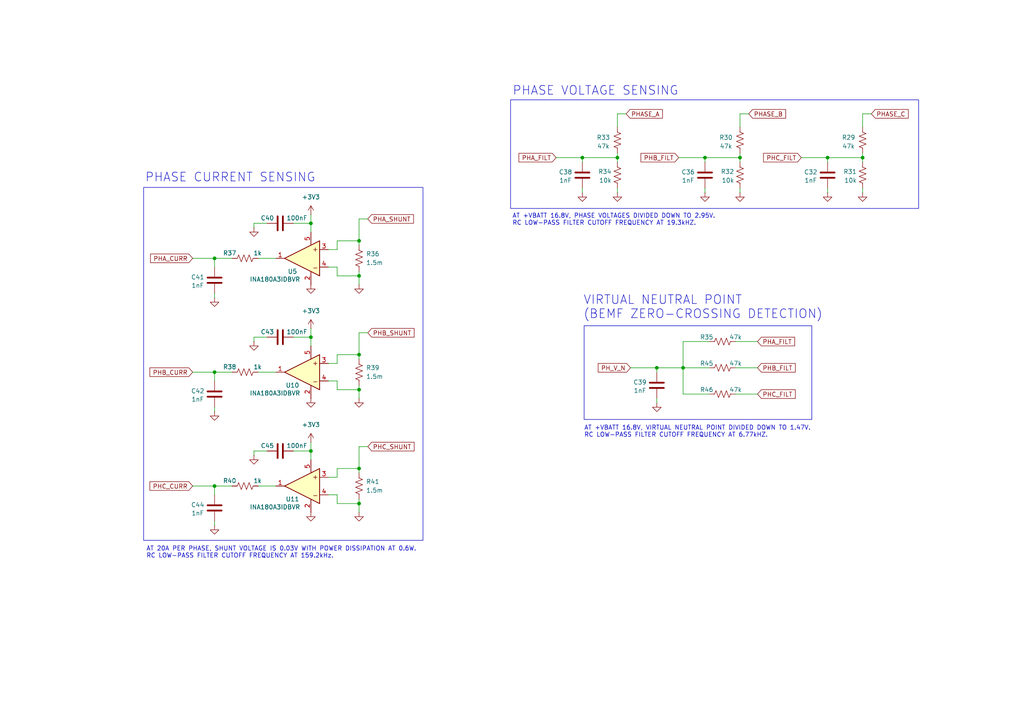
<source format=kicad_sch>
(kicad_sch (version 20231120) (generator "eeschema") (generator_version "8.0")
  (paper "A4")
  (title_block (title "VOLTAGE, CURRENT, AND BEMF SENSING") (comment 1 "REVIEWED BY:") (comment 3 "GITHUB: /nikphillydev") (comment 4 "DRAWN BY: N.PHILIPENKO") (comment 5 "SIGNED:"))
  (lib_symbols
    (symbol "Device:C" (pin_numbers hide) (pin_names (offset 0.254))
      (property "Reference" "C" (at 0.635 2.54 0))
      (property "Value" "C" (at 0.635 -2.54 0))
      (symbol "C_0_1"
        (polyline (pts (xy -2.032 -0.762) (xy 2.032 -0.762)) (stroke (width 0.508)))
        (polyline (pts (xy -2.032 0.762) (xy 2.032 0.762)) (stroke (width 0.508)))
      )
      (symbol "C_1_1"
        (pin passive line (at 0 3.81 270) (length 2.794) (name "~") (number "1"))
        (pin passive line (at 0 -3.81 90) (length 2.794) (name "~") (number "2"))
      )
    )
    (symbol "Device:R_US" (pin_numbers hide) (pin_names (offset 0))
      (property "Reference" "R" (at 2.54 0 90))
      (property "Value" "R_US" (at -2.54 0 90))
      (symbol "R_US_0_1"
        (polyline (pts (xy 0 -2.286) (xy 0 -2.54)))
        (polyline (pts (xy 0 2.286) (xy 0 2.54)))
        (polyline (pts (xy 0 -0.762) (xy 1.016 -1.143) (xy 0 -1.524) (xy -1.016 -1.905) (xy 0 -2.286)))
        (polyline (pts (xy 0 0.762) (xy 1.016 0.381) (xy 0 0) (xy -1.016 -0.381) (xy 0 -0.762)))
        (polyline (pts (xy 0 2.286) (xy 1.016 1.905) (xy 0 1.524) (xy -1.016 1.143) (xy 0 0.762)))
      )
      (symbol "R_US_1_1"
        (pin passive line (at 0 3.81 270) (length 1.27) (name "~") (number "1"))
        (pin passive line (at 0 -3.81 90) (length 1.27) (name "~") (number "2"))
      )
    )
    (symbol "ICs:INA180-DBV_(PinoutA)" (pin_names hide)
      (property "Reference" "U" (at 3.556 -4.064 0))
      (property "Value" "INA180-DBV" (at 7.874 -6.096 0))
      (symbol "INA180-DBV_(PinoutA)_0_1"
        (polyline (pts (xy -1.778 -2.794) (xy -0.762 -2.794)))
        (polyline (pts (xy -1.778 2.54) (xy -0.762 2.54)))
        (polyline (pts (xy -1.27 3.048) (xy -1.27 2.032)))
        (polyline (pts (xy 7.62 0) (xy -2.54 5.08) (xy -2.54 -5.08) (xy 7.62 0)) (stroke (width 0.254)) (fill (type background)))
      )
      (symbol "INA180-DBV_(PinoutA)_1_1"
        (pin output line (at 10.16 0 180) (length 2.54) (name "OUT") (number "1"))
        (pin passive line (at 0 -7.62 90) (length 3.81) (name "GND") (number "2"))
        (pin input line (at -5.08 2.54 0) (length 2.54) (name "IN+") (number "3"))
        (pin input line (at -5.08 -2.54 0) (length 2.54) (name "IN-") (number "4"))
        (pin power_in line (at 0 7.62 270) (length 3.81) (name "VS") (number "5"))
      )
    )
    (symbol "power:+3.3V" (power) (pin_numbers hide) (pin_names (offset 0) hide)
      (property "Value" "+3.3V" (at 0 3.556 0))
      (symbol "+3.3V_0_1"
        (polyline (pts (xy -0.762 1.27) (xy 0 2.54)))
        (polyline (pts (xy 0 0) (xy 0 2.54)))
        (polyline (pts (xy 0 2.54) (xy 0.762 1.27)))
      )
      (symbol "+3.3V_1_1"
        (pin power_in line (at 0 0 90) (length 0) (name "~") (number "1"))
      )
    )
    (symbol "power:GND" (power) (pin_numbers hide) (pin_names (offset 0) hide)
      (property "Value" "GND" (at 0 -3.81 0))
      (symbol "GND_0_1"
        (polyline (pts (xy 0 0) (xy 0 -1.27) (xy 1.27 -1.27) (xy 0 -2.54) (xy -1.27 -1.27) (xy 0 -1.27)))
      )
      (symbol "GND_1_1"
        (pin power_in line (at 0 0 270) (length 0) (name "~") (number "1"))
      )
    )
  )
  (junction (at 198.12 106.68))
  (junction (at 104.14 102.87))
  (junction (at 62.23 140.97))
  (junction (at 104.14 69.85))
  (junction (at 179.07 45.72))
  (junction (at 104.14 113.03))
  (junction (at 168.91 45.72))
  (junction (at 90.17 97.79))
  (junction (at 204.47 45.72))
  (junction (at 104.14 80.01))
  (junction (at 104.14 135.89))
  (junction (at 250.19 45.72))
  (junction (at 62.23 74.93))
  (junction (at 90.17 64.77))
  (junction (at 240.03 45.72))
  (junction (at 62.23 107.95))
  (junction (at 190.5 106.68))
  (junction (at 90.17 130.81))
  (junction (at 104.14 146.05))
  (junction (at 214.63 45.72))
  (wire (pts (xy 168.91 45.72) (xy 168.91 46.99)))
  (wire (pts (xy 250.19 45.72) (xy 250.19 46.99)))
  (wire (pts (xy 205.74 99.06) (xy 198.12 99.06)))
  (wire (pts (xy 85.09 97.79) (xy 90.17 97.79)))
  (wire (pts (xy 190.5 106.68) (xy 182.88 106.68)))
  (wire (pts (xy 179.07 54.61) (xy 179.07 55.88)))
  (wire (pts (xy 104.14 63.5) (xy 104.14 69.85)))
  (wire (pts (xy 198.12 106.68) (xy 190.5 106.68)))
  (wire (pts (xy 214.63 44.45) (xy 214.63 45.72)))
  (wire (pts (xy 62.23 140.97) (xy 67.31 140.97)))
  (wire (pts (xy 77.47 64.77) (xy 73.66 64.77)))
  (wire (pts (xy 179.07 44.45) (xy 179.07 45.72)))
  (wire (pts (xy 97.79 143.51) (xy 97.79 146.05)))
  (wire (pts (xy 214.63 33.02) (xy 214.63 36.83)))
  (wire (pts (xy 204.47 54.61) (xy 204.47 55.88)))
  (wire (pts (xy 90.17 128.27) (xy 90.17 130.81)))
  (wire (pts (xy 62.23 85.09) (xy 62.23 86.36)))
  (wire (pts (xy 104.14 96.52) (xy 104.14 102.87)))
  (wire (pts (xy 104.14 113.03) (xy 104.14 115.57)))
  (wire (pts (xy 198.12 106.68) (xy 205.74 106.68)))
  (wire (pts (xy 198.12 106.68) (xy 198.12 114.3)))
  (wire (pts (xy 214.63 54.61) (xy 214.63 55.88)))
  (wire (pts (xy 97.79 77.47) (xy 97.79 80.01)))
  (wire (pts (xy 90.17 97.79) (xy 90.17 100.33)))
  (wire (pts (xy 179.07 33.02) (xy 179.07 36.83)))
  (wire (pts (xy 97.79 146.05) (xy 104.14 146.05)))
  (wire (pts (xy 97.79 105.41) (xy 97.79 102.87)))
  (wire (pts (xy 106.68 129.54) (xy 104.14 129.54)))
  (wire (pts (xy 85.09 64.77) (xy 90.17 64.77)))
  (wire (pts (xy 74.93 107.95) (xy 80.01 107.95)))
  (wire (pts (xy 62.23 107.95) (xy 62.23 110.49)))
  (wire (pts (xy 95.25 77.47) (xy 97.79 77.47)))
  (wire (pts (xy 190.5 115.57) (xy 190.5 116.84)))
  (wire (pts (xy 73.66 130.81) (xy 73.66 132.08)))
  (wire (pts (xy 55.88 107.95) (xy 62.23 107.95)))
  (wire (pts (xy 161.29 45.72) (xy 168.91 45.72)))
  (wire (pts (xy 90.17 62.23) (xy 90.17 64.77)))
  (wire (pts (xy 73.66 64.77) (xy 73.66 66.04)))
  (wire (pts (xy 217.17 33.02) (xy 214.63 33.02)))
  (wire (pts (xy 95.25 138.43) (xy 97.79 138.43)))
  (wire (pts (xy 104.14 102.87) (xy 104.14 104.14)))
  (wire (pts (xy 213.36 99.06) (xy 219.71 99.06)))
  (wire (pts (xy 106.68 63.5) (xy 104.14 63.5)))
  (wire (pts (xy 62.23 74.93) (xy 62.23 77.47)))
  (wire (pts (xy 74.93 140.97) (xy 80.01 140.97)))
  (wire (pts (xy 77.47 130.81) (xy 73.66 130.81)))
  (wire (pts (xy 198.12 99.06) (xy 198.12 106.68)))
  (wire (pts (xy 104.14 146.05) (xy 104.14 144.78)))
  (wire (pts (xy 74.93 74.93) (xy 80.01 74.93)))
  (wire (pts (xy 97.79 80.01) (xy 104.14 80.01)))
  (wire (pts (xy 232.41 45.72) (xy 240.03 45.72)))
  (wire (pts (xy 168.91 54.61) (xy 168.91 55.88)))
  (wire (pts (xy 62.23 118.11) (xy 62.23 119.38)))
  (wire (pts (xy 104.14 113.03) (xy 104.14 111.76)))
  (wire (pts (xy 62.23 140.97) (xy 62.23 143.51)))
  (wire (pts (xy 97.79 110.49) (xy 97.79 113.03)))
  (wire (pts (xy 204.47 45.72) (xy 204.47 46.99)))
  (wire (pts (xy 97.79 138.43) (xy 97.79 135.89)))
  (wire (pts (xy 240.03 54.61) (xy 240.03 55.88)))
  (wire (pts (xy 106.68 96.52) (xy 104.14 96.52)))
  (wire (pts (xy 240.03 45.72) (xy 240.03 46.99)))
  (wire (pts (xy 252.73 33.02) (xy 250.19 33.02)))
  (wire (pts (xy 62.23 151.13) (xy 62.23 152.4)))
  (wire (pts (xy 90.17 130.81) (xy 90.17 133.35)))
  (wire (pts (xy 104.14 135.89) (xy 104.14 137.16)))
  (wire (pts (xy 95.25 143.51) (xy 97.79 143.51)))
  (wire (pts (xy 104.14 129.54) (xy 104.14 135.89)))
  (wire (pts (xy 85.09 130.81) (xy 90.17 130.81)))
  (wire (pts (xy 104.14 146.05) (xy 104.14 148.59)))
  (wire (pts (xy 95.25 72.39) (xy 97.79 72.39)))
  (wire (pts (xy 213.36 114.3) (xy 219.71 114.3)))
  (wire (pts (xy 95.25 105.41) (xy 97.79 105.41)))
  (wire (pts (xy 213.36 106.68) (xy 219.71 106.68)))
  (wire (pts (xy 104.14 80.01) (xy 104.14 82.55)))
  (wire (pts (xy 214.63 45.72) (xy 204.47 45.72)))
  (wire (pts (xy 181.61 33.02) (xy 179.07 33.02)))
  (wire (pts (xy 104.14 69.85) (xy 104.14 71.12)))
  (wire (pts (xy 205.74 114.3) (xy 198.12 114.3)))
  (wire (pts (xy 250.19 45.72) (xy 240.03 45.72)))
  (wire (pts (xy 73.66 97.79) (xy 73.66 99.06)))
  (wire (pts (xy 77.47 97.79) (xy 73.66 97.79)))
  (wire (pts (xy 179.07 45.72) (xy 168.91 45.72)))
  (wire (pts (xy 250.19 33.02) (xy 250.19 36.83)))
  (wire (pts (xy 97.79 72.39) (xy 97.79 69.85)))
  (wire (pts (xy 97.79 69.85) (xy 104.14 69.85)))
  (wire (pts (xy 104.14 80.01) (xy 104.14 78.74)))
  (wire (pts (xy 90.17 64.77) (xy 90.17 67.31)))
  (wire (pts (xy 95.25 110.49) (xy 97.79 110.49)))
  (wire (pts (xy 97.79 113.03) (xy 104.14 113.03)))
  (wire (pts (xy 97.79 135.89) (xy 104.14 135.89)))
  (wire (pts (xy 250.19 54.61) (xy 250.19 55.88)))
  (wire (pts (xy 55.88 74.93) (xy 62.23 74.93)))
  (wire (pts (xy 62.23 107.95) (xy 67.31 107.95)))
  (wire (pts (xy 196.85 45.72) (xy 204.47 45.72)))
  (wire (pts (xy 190.5 106.68) (xy 190.5 107.95)))
  (wire (pts (xy 62.23 74.93) (xy 67.31 74.93)))
  (wire (pts (xy 250.19 44.45) (xy 250.19 45.72)))
  (wire (pts (xy 214.63 45.72) (xy 214.63 46.99)))
  (wire (pts (xy 55.88 140.97) (xy 62.23 140.97)))
  (wire (pts (xy 179.07 45.72) (xy 179.07 46.99)))
  (wire (pts (xy 90.17 95.25) (xy 90.17 97.79)))
  (wire (pts (xy 97.79 102.87) (xy 104.14 102.87)))
  (rectangle (start 169.418 94.488) (end 235.458 121.666))
  (rectangle (start 41.656 54.356) (end 122.682 156.718))
  (rectangle (start 148.082 28.956) (end 266.446 60.452))
  (text "PHASE CURRENT SENSING" (at 66.802 51.562 0) (effects (font (size 2.54 2.54))))
  (text "VIRTUAL NEUTRAL POINT\n(BEMF ZERO-CROSSING DETECTION)\n" (at 169.164 89.154 0) (effects (font (size 2.54 2.54)) (justify left)))
  (text "PHASE VOLTAGE SENSING" (at 172.72 26.416 0) (effects (font (size 2.54 2.54))))
  (text "AT +VBATT 16.8V, PHASE VOLTAGES DIVIDED DOWN TO 2.95V.\nRC LOW-PASS FILTER CUTOFF FREQUENCY AT 19.3kHZ." (at 148.59 63.754 0) (effects (font (size 1.27 1.27)) (justify left)))
  (text "AT +VBATT 16.8V, VIRTUAL NEUTRAL POINT DIVIDED DOWN TO 1.47V.\nRC LOW-PASS FILTER CUTOFF FREQUENCY AT 6.77kHZ." (at 169.418 125.222 0) (effects (font (size 1.27 1.27)) (justify left)))
  (text "AT 20A PER PHASE, SHUNT VOLTAGE IS 0.03V WITH POWER DISSIPATION AT 0.6W.\nRC LOW-PASS FILTER CUTOFF FREQUENCY AT 159.2kHz." (at 42.418 160.274 0) (effects (font (size 1.27 1.27)) (justify left)))
  (global_label "PHB_CURR" (shape input) (at 55.88 107.95 180) (property "Intersheetrefs" "${INTERSHEET_REFS}" (effects (hide yes))))
  (global_label "PHB_FILT" (shape input) (at 219.71 106.68 0) (property "Intersheetrefs" "${INTERSHEET_REFS}" (effects (hide yes))))
  (global_label "PHA_FILT" (shape input) (at 219.71 99.06 0) (property "Intersheetrefs" "${INTERSHEET_REFS}" (effects (hide yes))))
  (global_label "PHC_SHUNT" (shape input) (at 106.68 129.54 0) (property "Intersheetrefs" "${INTERSHEET_REFS}" (effects (hide yes))))
  (global_label "PHB_SHUNT" (shape input) (at 106.68 96.52 0) (property "Intersheetrefs" "${INTERSHEET_REFS}" (effects (hide yes))))
  (global_label "PHC_FILT" (shape input) (at 232.41 45.72 180) (property "Intersheetrefs" "${INTERSHEET_REFS}" (effects (hide yes))))
  (global_label "PHB_FILT" (shape input) (at 196.85 45.72 180) (property "Intersheetrefs" "${INTERSHEET_REFS}" (effects (hide yes))))
  (global_label "PHA_FILT" (shape input) (at 161.29 45.72 180) (property "Intersheetrefs" "${INTERSHEET_REFS}" (effects (hide yes))))
  (global_label "PHA_CURR" (shape input) (at 55.88 74.93 180) (property "Intersheetrefs" "${INTERSHEET_REFS}" (effects (hide yes))))
  (global_label "PHA_SHUNT" (shape input) (at 106.68 63.5 0) (property "Intersheetrefs" "${INTERSHEET_REFS}" (effects (hide yes))))
  (global_label "PHASE_B" (shape input) (at 217.17 33.02 0) (property "Intersheetrefs" "${INTERSHEET_REFS}" (effects (hide yes))))
  (global_label "PHASE_A" (shape input) (at 181.61 33.02 0) (property "Intersheetrefs" "${INTERSHEET_REFS}" (effects (hide yes))))
  (global_label "PHC_FILT" (shape input) (at 219.71 114.3 0) (property "Intersheetrefs" "${INTERSHEET_REFS}" (effects (hide yes))))
  (global_label "PH_V_N" (shape input) (at 182.88 106.68 180) (property "Intersheetrefs" "${INTERSHEET_REFS}" (effects (hide yes))))
  (global_label "PHASE_C" (shape input) (at 252.73 33.02 0) (property "Intersheetrefs" "${INTERSHEET_REFS}" (effects (hide yes))))
  (global_label "PHC_CURR" (shape input) (at 55.88 140.97 180) (property "Intersheetrefs" "${INTERSHEET_REFS}" (effects (hide yes))))
  (symbol (lib_id "power:GND") (at 62.23 119.38 0) (unit 1)
    (property "Reference" "#PWR056" (effects (hide yes)))
    (property "Value" "GND" (effects (hide yes)))
    (property "Description" "Power symbol creates a global label with name \"GND\" , ground" (effects (hide yes)))
  )
  (symbol (lib_id "Device:R_US") (at 209.55 114.3 270) (unit 1)
    (property "Reference" "R46" (at 204.978 113.03 90))
    (property "Value" "47k" (at 213.36 113.03 90))
    (property "Footprint" "Resistors:RES_0603_1608Metric" (effects (hide yes)))
    (property "Description" "Resistor, US symbol" (effects (hide yes)))
    (property "JLCPCB Part #" "C105579" (effects (hide yes)))
    (property "Manufacturer" "YAGEO" (effects (hide yes)))
    (property "Manufacturer Part #" "RC0603FR-0747KL" (effects (hide yes)))
  )
  (symbol (lib_id "power:GND") (at 73.66 99.06 0) (unit 1)
    (property "Reference" "#PWR057" (effects (hide yes)))
    (property "Value" "GND" (effects (hide yes)))
    (property "Description" "Power symbol creates a global label with name \"GND\" , ground" (effects (hide yes)))
  )
  (symbol (lib_id "power:+3.3V") (at 90.17 62.23 0) (unit 1)
    (property "Reference" "#PWR053" (effects (hide yes)))
    (property "Value" "+3V3" (at 90.17 57.15 0))
    (property "Description" "Power symbol creates a global label with name \"+3.3V\"" (effects (hide yes)))
  )
  (symbol (lib_id "Device:C") (at 168.91 50.8 180) (unit 1)
    (property "Reference" "C38" (at 165.989 49.911 0) (effects (justify left)))
    (property "Value" "1nF" (at 165.862 52.324 0) (effects (justify left)))
    (property "Footprint" "Capacitors:CAP_0603_1608Metric" (effects (hide yes)))
    (property "Description" "Unpolarized capacitor" (effects (hide yes)))
    (property "JLCPCB Part # " "C1588" (effects (hide yes)))
    (property "Manufacturer" "Samsung Electro-Mechanics" (effects (hide yes)))
    (property "Manufacturer Part #" "CL10B102KB8NNNC" (effects (hide yes)))
  )
  (symbol (lib_id "Device:R_US") (at 179.07 40.64 180) (unit 1)
    (property "Reference" "R33" (at 175.006 39.878 0))
    (property "Value" "47k" (at 175.006 42.418 0))
    (property "Footprint" "Resistors:RES_0603_1608Metric" (effects (hide yes)))
    (property "Description" "Resistor, US symbol" (effects (hide yes)))
    (property "JLCPCB Part #" "C105579" (effects (hide yes)))
    (property "Manufacturer" "YAGEO" (effects (hide yes)))
    (property "Manufacturer Part #" "RC0603FR-0747KL" (effects (hide yes)))
  )
  (symbol (lib_id "power:GND") (at 90.17 115.57 0) (unit 1)
    (property "Reference" "#PWR059" (effects (hide yes)))
    (property "Value" "GND" (effects (hide yes)))
    (property "Description" "Power symbol creates a global label with name \"GND\" , ground" (effects (hide yes)))
  )
  (symbol (lib_id "Device:C") (at 81.28 64.77 90) (mirror x) (unit 1)
    (property "Reference" "C40" (at 79.502 63.246 90) (effects (justify left)))
    (property "Value" "100nF" (at 89.154 63.246 90) (effects (justify left)))
    (property "Footprint" "Capacitors:CAP_0603_1608Metric" (effects (hide yes)))
    (property "Description" "Unpolarized capacitor" (effects (hide yes)))
    (property "JLCPCB Part #" "C1591" (effects (hide yes)))
    (property "Manufacturer" "Samsung Electro-Mechanics" (effects (hide yes)))
    (property "Manufacturer Part #" "CL10B104KB8NNNC" (effects (hide yes)))
  )
  (symbol (lib_id "Device:C") (at 204.47 50.8 180) (unit 1)
    (property "Reference" "C36" (at 201.549 49.911 0) (effects (justify left)))
    (property "Value" "1nF" (at 201.422 52.324 0) (effects (justify left)))
    (property "Footprint" "Capacitors:CAP_0603_1608Metric" (effects (hide yes)))
    (property "Description" "Unpolarized capacitor" (effects (hide yes)))
    (property "JLCPCB Part # " "C1588" (effects (hide yes)))
    (property "Manufacturer" "Samsung Electro-Mechanics" (effects (hide yes)))
    (property "Manufacturer Part #" "CL10B102KB8NNNC" (effects (hide yes)))
  )
  (symbol (lib_id "Device:R_US") (at 214.63 50.8 0) (unit 1)
    (property "Reference" "R32" (at 209.042 49.784 0) (effects (justify left)))
    (property "Value" "10k" (at 209.296 52.324 0) (effects (justify left)))
    (property "Footprint" "Resistors:RES_0603_1608Metric" (effects (hide yes)))
    (property "Description" "Resistor, US symbol" (effects (hide yes)))
    (property "JLCPCB Part #" "C98220" (effects (hide yes)))
    (property "Manufacturer" "YAGEO" (effects (hide yes)))
    (property "Manufacturer Part #" "RC0603FR-0710KL" (effects (hide yes)))
  )
  (symbol (lib_id "power:GND") (at 90.17 82.55 0) (unit 1)
    (property "Reference" "#PWR054" (effects (hide yes)))
    (property "Value" "GND" (effects (hide yes)))
    (property "Description" "Power symbol creates a global label with name \"GND\" , ground" (effects (hide yes)))
  )
  (symbol (lib_id "power:GND") (at 62.23 152.4 0) (unit 1)
    (property "Reference" "#PWR061" (effects (hide yes)))
    (property "Value" "GND" (effects (hide yes)))
    (property "Description" "Power symbol creates a global label with name \"GND\" , ground" (effects (hide yes)))
  )
  (symbol (lib_id "Device:C") (at 240.03 50.8 180) (unit 1)
    (property "Reference" "C32" (at 237.109 49.911 0) (effects (justify left)))
    (property "Value" "1nF" (at 236.982 52.324 0) (effects (justify left)))
    (property "Footprint" "Capacitors:CAP_0603_1608Metric" (effects (hide yes)))
    (property "Description" "Unpolarized capacitor" (effects (hide yes)))
    (property "JLCPCB Part # " "C1588" (effects (hide yes)))
    (property "Manufacturer" "Samsung Electro-Mechanics" (effects (hide yes)))
    (property "Manufacturer Part #" "CL10B102KB8NNNC" (effects (hide yes)))
  )
  (symbol (lib_id "power:GND") (at 214.63 55.88 0) (unit 1)
    (property "Reference" "#PWR023" (effects (hide yes)))
    (property "Value" "GND" (effects (hide yes)))
    (property "Description" "Power symbol creates a global label with name \"GND\" , ground" (effects (hide yes)))
  )
  (symbol (lib_id "power:GND") (at 62.23 86.36 0) (unit 1)
    (property "Reference" "#PWR055" (effects (hide yes)))
    (property "Value" "GND" (effects (hide yes)))
    (property "Description" "Power symbol creates a global label with name \"GND\" , ground" (effects (hide yes)))
  )
  (symbol (lib_id "power:GND") (at 168.91 55.88 0) (unit 1)
    (property "Reference" "#PWR024" (effects (hide yes)))
    (property "Value" "GND" (effects (hide yes)))
    (property "Description" "Power symbol creates a global label with name \"GND\" , ground" (effects (hide yes)))
  )
  (symbol (lib_id "Device:C") (at 190.5 111.76 180) (unit 1)
    (property "Reference" "C39" (at 187.579 110.871 0) (effects (justify left)))
    (property "Value" "1nF" (at 187.452 113.284 0) (effects (justify left)))
    (property "Footprint" "Capacitors:CAP_0603_1608Metric" (effects (hide yes)))
    (property "Description" "Unpolarized capacitor" (effects (hide yes)))
    (property "JLCPCB Part # " "C1588" (effects (hide yes)))
    (property "Manufacturer" "Samsung Electro-Mechanics" (effects (hide yes)))
    (property "Manufacturer Part #" "CL10B102KB8NNNC" (effects (hide yes)))
  )
  (symbol (lib_id "Device:C") (at 62.23 147.32 180) (unit 1)
    (property "Reference" "C44" (at 59.309 146.431 0) (effects (justify left)))
    (property "Value" "1nF" (at 59.182 148.844 0) (effects (justify left)))
    (property "Footprint" "Capacitors:CAP_0603_1608Metric" (effects (hide yes)))
    (property "Description" "Unpolarized capacitor" (effects (hide yes)))
    (property "JLCPCB Part # " "C1588" (effects (hide yes)))
    (property "Manufacturer" "Samsung Electro-Mechanics" (effects (hide yes)))
    (property "Manufacturer Part #" "CL10B102KB8NNNC" (effects (hide yes)))
  )
  (symbol (lib_id "Device:C") (at 62.23 81.28 180) (unit 1)
    (property "Reference" "C41" (at 59.309 80.391 0) (effects (justify left)))
    (property "Value" "1nF" (at 59.182 82.804 0) (effects (justify left)))
    (property "Footprint" "Capacitors:CAP_0603_1608Metric" (effects (hide yes)))
    (property "Description" "Unpolarized capacitor" (effects (hide yes)))
    (property "JLCPCB Part # " "C1588" (effects (hide yes)))
    (property "Manufacturer" "Samsung Electro-Mechanics" (effects (hide yes)))
    (property "Manufacturer Part #" "CL10B102KB8NNNC" (effects (hide yes)))
  )
  (symbol (lib_id "Device:R_US") (at 250.19 50.8 0) (unit 1)
    (property "Reference" "R31" (at 244.602 49.784 0) (effects (justify left)))
    (property "Value" "10k" (at 244.856 52.324 0) (effects (justify left)))
    (property "Footprint" "Resistors:RES_0603_1608Metric" (effects (hide yes)))
    (property "Description" "Resistor, US symbol" (effects (hide yes)))
    (property "JLCPCB Part #" "C98220" (effects (hide yes)))
    (property "Manufacturer" "YAGEO" (effects (hide yes)))
    (property "Manufacturer Part #" "RC0603FR-0710KL" (effects (hide yes)))
  )
  (symbol (lib_id "Device:R_US") (at 250.19 40.64 180) (unit 1)
    (property "Reference" "R29" (at 246.126 39.878 0))
    (property "Value" "47k" (at 246.126 42.418 0))
    (property "Footprint" "Resistors:RES_0603_1608Metric" (effects (hide yes)))
    (property "Description" "Resistor, US symbol" (effects (hide yes)))
    (property "JLCPCB Part #" "C105579" (effects (hide yes)))
    (property "Manufacturer" "YAGEO" (effects (hide yes)))
    (property "Manufacturer Part #" "RC0603FR-0747KL" (effects (hide yes)))
  )
  (symbol (lib_id "ICs:INA180-DBV_(PinoutA)") (at 90.17 74.93 0) (mirror y) (unit 1)
    (property "Reference" "U5" (at 84.836 78.74 0))
    (property "Value" "INA180A3IDBVR" (at 79.756 81.026 0))
    (property "Footprint" "ICs:TI_SOT23-5" (effects (hide yes)))
    (property "JLCPCB Part #" "C122882" (effects (hide yes)))
    (property "Manufacturer" "Texas Instruments" (effects (hide yes)))
    (property "Manufacturer Part #" "INA180A3IDBVR" (effects (hide yes)))
  )
  (symbol (lib_id "ICs:INA180-DBV_(PinoutA)") (at 90.17 140.97 0) (mirror y) (unit 1)
    (property "Reference" "U11" (at 84.836 144.78 0))
    (property "Value" "INA180A3IDBVR" (at 79.756 147.066 0))
    (property "Footprint" "ICs:TI_SOT23-5" (effects (hide yes)))
    (property "JLCPCB Part #" "C122882" (effects (hide yes)))
    (property "Manufacturer" "Texas Instruments" (effects (hide yes)))
    (property "Manufacturer Part #" "INA180A3IDBVR" (effects (hide yes)))
  )
  (symbol (lib_id "Device:R_US") (at 104.14 74.93 0) (unit 1)
    (property "Reference" "R36" (at 106.172 73.66 0) (effects (justify left)))
    (property "Value" "1.5m" (at 106.172 76.2 0) (effects (justify left)))
    (property "Footprint" "Resistors:RES_0805_2012Metric" (effects (hide yes)))
    (property "Description" "Resistor, US symbol" (effects (hide yes)))
    (property "JLCPCB Part #" "C4210092" (effects (hide yes)))
    (property "Manufacturer" "Stackpole Electronics Inc" (effects (hide yes)))
    (property "Manufacturer Part #" "CSSH0805FT1L50" (effects (hide yes)))
  )
  (symbol (lib_id "ICs:INA180-DBV_(PinoutA)") (at 90.17 107.95 0) (mirror y) (unit 1)
    (property "Reference" "U10" (at 84.836 111.76 0))
    (property "Value" "INA180A3IDBVR" (at 79.756 114.046 0))
    (property "Footprint" "ICs:TI_SOT23-5" (effects (hide yes)))
    (property "JLCPCB Part #" "C122882" (effects (hide yes)))
    (property "Manufacturer" "Texas Instruments" (effects (hide yes)))
    (property "Manufacturer Part #" "INA180A3IDBVR" (effects (hide yes)))
  )
  (symbol (lib_id "Device:R_US") (at 214.63 40.64 180) (unit 1)
    (property "Reference" "R30" (at 210.566 39.878 0))
    (property "Value" "47k" (at 210.566 42.418 0))
    (property "Footprint" "Resistors:RES_0603_1608Metric" (effects (hide yes)))
    (property "Description" "Resistor, US symbol" (effects (hide yes)))
    (property "JLCPCB Part #" "C105579" (effects (hide yes)))
    (property "Manufacturer" "YAGEO" (effects (hide yes)))
    (property "Manufacturer Part #" "RC0603FR-0747KL" (effects (hide yes)))
  )
  (symbol (lib_id "power:GND") (at 90.17 148.59 0) (unit 1)
    (property "Reference" "#PWR064" (effects (hide yes)))
    (property "Value" "GND" (effects (hide yes)))
    (property "Description" "Power symbol creates a global label with name \"GND\" , ground" (effects (hide yes)))
  )
  (symbol (lib_id "power:GND") (at 73.66 66.04 0) (unit 1)
    (property "Reference" "#PWR052" (effects (hide yes)))
    (property "Value" "GND" (effects (hide yes)))
    (property "Description" "Power symbol creates a global label with name \"GND\" , ground" (effects (hide yes)))
  )
  (symbol (lib_id "Device:R_US") (at 104.14 140.97 0) (unit 1)
    (property "Reference" "R41" (at 106.172 139.7 0) (effects (justify left)))
    (property "Value" "1.5m" (at 106.172 142.24 0) (effects (justify left)))
    (property "Footprint" "Resistors:RES_0805_2012Metric" (effects (hide yes)))
    (property "Description" "Resistor, US symbol" (effects (hide yes)))
    (property "JLCPCB Part #" "C4210092" (effects (hide yes)))
    (property "Manufacturer" "Stackpole Electronics Inc" (effects (hide yes)))
    (property "Manufacturer Part #" "CSSH0805FT1L50" (effects (hide yes)))
  )
  (symbol (lib_id "Device:R_US") (at 209.55 99.06 270) (unit 1)
    (property "Reference" "R35" (at 204.978 97.79 90))
    (property "Value" "47k" (at 213.36 97.79 90))
    (property "Footprint" "Resistors:RES_0603_1608Metric" (effects (hide yes)))
    (property "Description" "Resistor, US symbol" (effects (hide yes)))
    (property "JLCPCB Part #" "C105579" (effects (hide yes)))
    (property "Manufacturer" "YAGEO" (effects (hide yes)))
    (property "Manufacturer Part #" "RC0603FR-0747KL" (effects (hide yes)))
  )
  (symbol (lib_id "Device:R_US") (at 209.55 106.68 270) (unit 1)
    (property "Reference" "R45" (at 204.978 105.41 90))
    (property "Value" "47k" (at 213.36 105.41 90))
    (property "Footprint" "Resistors:RES_0603_1608Metric" (effects (hide yes)))
    (property "Description" "Resistor, US symbol" (effects (hide yes)))
    (property "JLCPCB Part #" "C105579" (effects (hide yes)))
    (property "Manufacturer" "YAGEO" (effects (hide yes)))
    (property "Manufacturer Part #" "RC0603FR-0747KL" (effects (hide yes)))
  )
  (symbol (lib_id "Device:R_US") (at 71.12 140.97 90) (unit 1)
    (property "Reference" "R40" (at 68.58 139.446 90) (effects (justify left)))
    (property "Value" "1k" (at 75.946 139.446 90) (effects (justify left)))
    (property "Footprint" "Resistors:RES_0603_1608Metric" (effects (hide yes)))
    (property "Description" "Resistor, US symbol" (effects (hide yes)))
    (property "JLCPCB Part #" "C22548" (effects (hide yes)))
    (property "Manufacturer" "YAGEO" (effects (hide yes)))
    (property "Manufacturer Part #" "RC0603FR-071KL" (effects (hide yes)))
  )
  (symbol (lib_id "Device:R_US") (at 179.07 50.8 0) (unit 1)
    (property "Reference" "R34" (at 173.482 49.784 0) (effects (justify left)))
    (property "Value" "10k" (at 173.736 52.324 0) (effects (justify left)))
    (property "Footprint" "Resistors:RES_0603_1608Metric" (effects (hide yes)))
    (property "Description" "Resistor, US symbol" (effects (hide yes)))
    (property "JLCPCB Part #" "C98220" (effects (hide yes)))
    (property "Manufacturer" "YAGEO" (effects (hide yes)))
    (property "Manufacturer Part #" "RC0603FR-0710KL" (effects (hide yes)))
  )
  (symbol (lib_id "power:GND") (at 73.66 132.08 0) (unit 1)
    (property "Reference" "#PWR062" (effects (hide yes)))
    (property "Value" "GND" (effects (hide yes)))
    (property "Description" "Power symbol creates a global label with name \"GND\" , ground" (effects (hide yes)))
  )
  (symbol (lib_id "power:+3.3V") (at 90.17 128.27 0) (unit 1)
    (property "Reference" "#PWR063" (effects (hide yes)))
    (property "Value" "+3V3" (at 90.17 123.19 0))
    (property "Description" "Power symbol creates a global label with name \"+3.3V\"" (effects (hide yes)))
  )
  (symbol (lib_id "Device:C") (at 81.28 97.79 90) (mirror x) (unit 1)
    (property "Reference" "C43" (at 79.502 96.266 90) (effects (justify left)))
    (property "Value" "100nF" (at 89.154 96.266 90) (effects (justify left)))
    (property "Footprint" "Capacitors:CAP_0603_1608Metric" (effects (hide yes)))
    (property "Description" "Unpolarized capacitor" (effects (hide yes)))
    (property "JLCPCB Part #" "C1591" (effects (hide yes)))
    (property "Manufacturer" "Samsung Electro-Mechanics" (effects (hide yes)))
    (property "Manufacturer Part #" "CL10B104KB8NNNC" (effects (hide yes)))
  )
  (symbol (lib_id "power:GND") (at 104.14 148.59 0) (unit 1)
    (property "Reference" "#PWR065" (effects (hide yes)))
    (property "Value" "GND" (effects (hide yes)))
    (property "Description" "Power symbol creates a global label with name \"GND\" , ground" (effects (hide yes)))
  )
  (symbol (lib_id "Device:C") (at 62.23 114.3 180) (unit 1)
    (property "Reference" "C42" (at 59.309 113.411 0) (effects (justify left)))
    (property "Value" "1nF" (at 59.182 115.824 0) (effects (justify left)))
    (property "Footprint" "Capacitors:CAP_0603_1608Metric" (effects (hide yes)))
    (property "Description" "Unpolarized capacitor" (effects (hide yes)))
    (property "JLCPCB Part # " "C1588" (effects (hide yes)))
    (property "Manufacturer" "Samsung Electro-Mechanics" (effects (hide yes)))
    (property "Manufacturer Part #" "CL10B102KB8NNNC" (effects (hide yes)))
  )
  (symbol (lib_id "power:GND") (at 104.14 115.57 0) (unit 1)
    (property "Reference" "#PWR060" (effects (hide yes)))
    (property "Value" "GND" (effects (hide yes)))
    (property "Description" "Power symbol creates a global label with name \"GND\" , ground" (effects (hide yes)))
  )
  (symbol (lib_id "Device:R_US") (at 104.14 107.95 0) (unit 1)
    (property "Reference" "R39" (at 106.172 106.68 0) (effects (justify left)))
    (property "Value" "1.5m" (at 106.172 109.22 0) (effects (justify left)))
    (property "Footprint" "Resistors:RES_0805_2012Metric" (effects (hide yes)))
    (property "Description" "Resistor, US symbol" (effects (hide yes)))
    (property "JLCPCB Part #" "C4210092" (effects (hide yes)))
    (property "Manufacturer" "Stackpole Electronics Inc" (effects (hide yes)))
    (property "Manufacturer Part #" "CSSH0805FT1L50" (effects (hide yes)))
  )
  (symbol (lib_id "power:GND") (at 190.5 116.84 0) (unit 1)
    (property "Reference" "#PWR050" (effects (hide yes)))
    (property "Value" "GND" (effects (hide yes)))
    (property "Description" "Power symbol creates a global label with name \"GND\" , ground" (effects (hide yes)))
  )
  (symbol (lib_id "Device:C") (at 81.28 130.81 90) (mirror x) (unit 1)
    (property "Reference" "C45" (at 79.502 129.286 90) (effects (justify left)))
    (property "Value" "100nF" (at 89.154 129.286 90) (effects (justify left)))
    (property "Footprint" "Capacitors:CAP_0603_1608Metric" (effects (hide yes)))
    (property "Description" "Unpolarized capacitor" (effects (hide yes)))
    (property "JLCPCB Part #" "C1591" (effects (hide yes)))
    (property "Manufacturer" "Samsung Electro-Mechanics" (effects (hide yes)))
    (property "Manufacturer Part #" "CL10B104KB8NNNC" (effects (hide yes)))
  )
  (symbol (lib_id "power:GND") (at 104.14 82.55 0) (unit 1)
    (property "Reference" "#PWR051" (effects (hide yes)))
    (property "Value" "GND" (effects (hide yes)))
    (property "Description" "Power symbol creates a global label with name \"GND\" , ground" (effects (hide yes)))
  )
  (symbol (lib_id "Device:R_US") (at 71.12 107.95 90) (unit 1)
    (property "Reference" "R38" (at 68.58 106.426 90) (effects (justify left)))
    (property "Value" "1k" (at 75.946 106.426 90) (effects (justify left)))
    (property "Footprint" "Resistors:RES_0603_1608Metric" (effects (hide yes)))
    (property "Description" "Resistor, US symbol" (effects (hide yes)))
    (property "JLCPCB Part #" "C22548" (effects (hide yes)))
    (property "Manufacturer" "YAGEO" (effects (hide yes)))
    (property "Manufacturer Part #" "RC0603FR-071KL" (effects (hide yes)))
  )
  (symbol (lib_id "power:+3.3V") (at 90.17 95.25 0) (unit 1)
    (property "Reference" "#PWR058" (effects (hide yes)))
    (property "Value" "+3V3" (at 90.17 90.17 0))
    (property "Description" "Power symbol creates a global label with name \"+3.3V\"" (effects (hide yes)))
  )
  (symbol (lib_id "power:GND") (at 240.03 55.88 0) (unit 1)
    (property "Reference" "#PWR021" (effects (hide yes)))
    (property "Value" "GND" (effects (hide yes)))
    (property "Description" "Power symbol creates a global label with name \"GND\" , ground" (effects (hide yes)))
  )
  (symbol (lib_id "power:GND") (at 250.19 55.88 0) (unit 1)
    (property "Reference" "#PWR020" (effects (hide yes)))
    (property "Value" "GND" (effects (hide yes)))
    (property "Description" "Power symbol creates a global label with name \"GND\" , ground" (effects (hide yes)))
  )
  (symbol (lib_id "power:GND") (at 204.47 55.88 0) (unit 1)
    (property "Reference" "#PWR022" (effects (hide yes)))
    (property "Value" "GND" (effects (hide yes)))
    (property "Description" "Power symbol creates a global label with name \"GND\" , ground" (effects (hide yes)))
  )
  (symbol (lib_id "Device:R_US") (at 71.12 74.93 90) (unit 1)
    (property "Reference" "R37" (at 68.58 73.406 90) (effects (justify left)))
    (property "Value" "1k" (at 75.946 73.406 90) (effects (justify left)))
    (property "Footprint" "Resistors:RES_0603_1608Metric" (effects (hide yes)))
    (property "Description" "Resistor, US symbol" (effects (hide yes)))
    (property "JLCPCB Part #" "C22548" (effects (hide yes)))
    (property "Manufacturer" "YAGEO" (effects (hide yes)))
    (property "Manufacturer Part #" "RC0603FR-071KL" (effects (hide yes)))
  )
  (symbol (lib_id "power:GND") (at 179.07 55.88 0) (unit 1)
    (property "Reference" "#PWR049" (effects (hide yes)))
    (property "Value" "GND" (effects (hide yes)))
    (property "Description" "Power symbol creates a global label with name \"GND\" , ground" (effects (hide yes)))
  )
)
</source>
